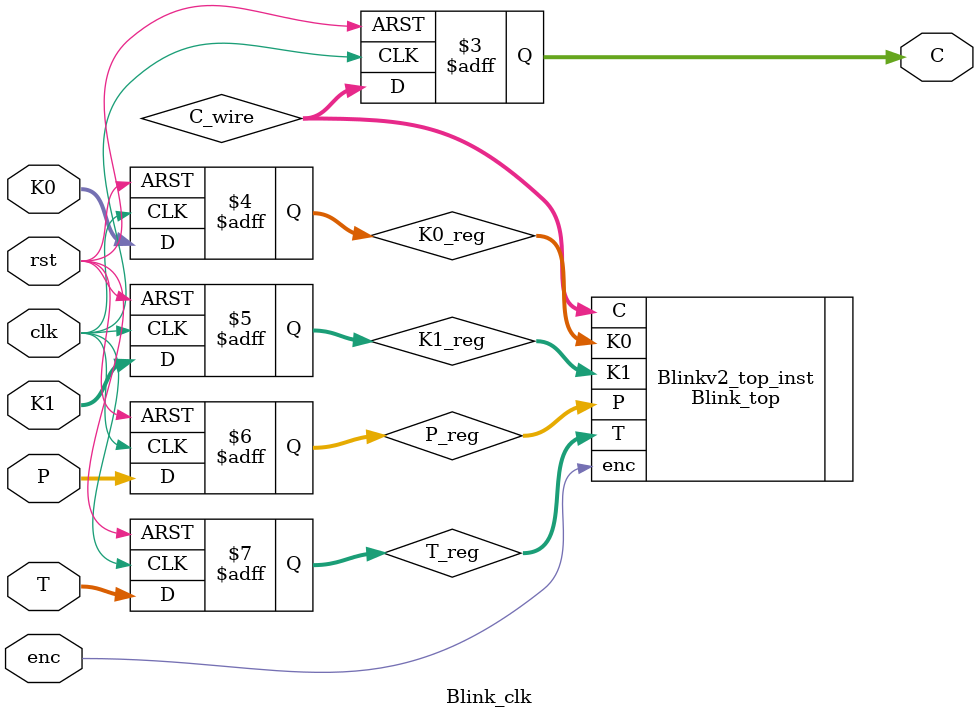
<source format=v>
module Blink_clk
	(clk, rst, enc, K0, K1, P, T, C);
    input clk;
	input rst;
    localparam n = 64;
    localparam tweakLen = 64;
    localparam round = 14;
    localparam dim = 64;

    input enc;
    input [n*(round/2)-1:0] K0;
    input [(n*2-1)*2-1:0] K1;
    input [n-1:0] P;
    input [tweakLen-1:0] T;
    output [n-1:0] C;
    reg [n-1:0] C;

    wire [n-1:0] C_wire;

    reg [n*(round/2)-1:0] K0_reg;
    reg [(n*2-1)*2-1:0] K1_reg; 
    reg [n-1:0] P_reg;
    reg [tweakLen-1:0] T_reg; 

    Blink_top
    Blinkv2_top_inst
    (   
        .enc(enc),
        .K0(K0_reg), 
        .K1(K1_reg), 
        .P(P_reg), 
        .T(T_reg), 
        .C(C_wire)
    );

	always@(posedge clk or negedge rst) begin
        if (rst == 0) begin: branch1
            K0_reg <= 0;
            K1_reg <= 0; 
            P_reg <= 0;
            T_reg <= 0; 
            C <= 0;
        end
        else begin: branch2
            K0_reg <= K0;
            K1_reg <= K1; 
            P_reg <= P;
            T_reg <= T; 
            C <= C_wire;
        end

    end
	
endmodule
</source>
